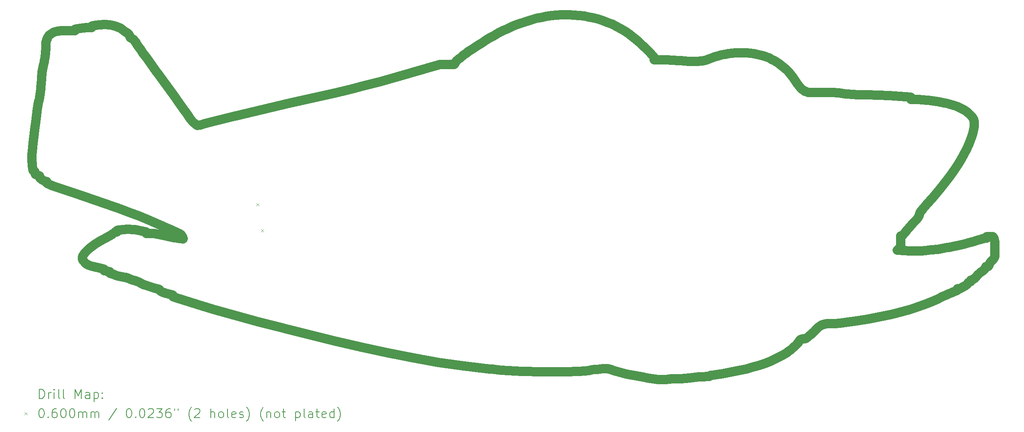
<source format=gbr>
%TF.GenerationSoftware,KiCad,Pcbnew,9.0.6*%
%TF.CreationDate,2025-11-25T23:21:56-06:00*%
%TF.ProjectId,1745LightUpBoard,31373435-4c69-4676-9874-5570426f6172,rev?*%
%TF.SameCoordinates,Original*%
%TF.FileFunction,Drillmap*%
%TF.FilePolarity,Positive*%
%FSLAX45Y45*%
G04 Gerber Fmt 4.5, Leading zero omitted, Abs format (unit mm)*
G04 Created by KiCad (PCBNEW 9.0.6) date 2025-11-25 23:21:56*
%MOMM*%
%LPD*%
G01*
G04 APERTURE LIST*
%ADD10C,2.000000*%
%ADD11C,0.200000*%
%ADD12C,0.100000*%
G04 APERTURE END LIST*
D10*
X15994837Y-4252245D02*
X16102881Y-4256765D01*
X16210099Y-4265761D01*
X16316348Y-4279264D01*
X16421487Y-4297307D01*
X16525375Y-4319921D01*
X16627871Y-4347139D01*
X16728832Y-4378993D01*
X16828119Y-4415515D01*
X16925590Y-4456737D01*
X17021102Y-4502692D01*
X17114516Y-4553412D01*
X17205689Y-4608929D01*
X17294480Y-4669275D01*
X17380748Y-4734482D01*
X17464351Y-4804583D01*
X17509966Y-4844487D01*
X17598455Y-4923783D01*
X17642115Y-4964220D01*
X17684991Y-5005472D01*
X17726784Y-5047754D01*
X17747182Y-5069349D01*
X17767199Y-5091282D01*
X17786797Y-5113580D01*
X17805938Y-5136271D01*
X17824587Y-5159381D01*
X17842705Y-5182937D01*
X17842705Y-5234531D01*
X17871433Y-5233985D01*
X18007921Y-5232884D01*
X18075921Y-5233382D01*
X18143829Y-5234758D01*
X18211699Y-5237146D01*
X18279583Y-5240681D01*
X18347536Y-5245497D01*
X18415611Y-5251728D01*
X18507639Y-5260311D01*
X18595735Y-5266779D01*
X18638645Y-5268834D01*
X18680973Y-5269898D01*
X18722855Y-5269816D01*
X18764423Y-5268435D01*
X18805813Y-5265599D01*
X18847157Y-5261154D01*
X18888591Y-5254947D01*
X18930247Y-5246823D01*
X18972261Y-5236628D01*
X19014765Y-5224208D01*
X19057893Y-5209407D01*
X19101781Y-5192073D01*
X19168151Y-5166636D01*
X19237696Y-5144468D01*
X19309969Y-5125554D01*
X19384527Y-5109878D01*
X19460926Y-5097427D01*
X19538719Y-5088184D01*
X19617463Y-5082136D01*
X19696713Y-5079266D01*
X19776023Y-5079561D01*
X19854951Y-5083005D01*
X19933050Y-5089583D01*
X20009876Y-5099280D01*
X20084985Y-5112082D01*
X20157931Y-5127973D01*
X20228271Y-5146939D01*
X20295558Y-5168963D01*
X20351480Y-5193699D01*
X20405013Y-5219909D01*
X20456276Y-5247633D01*
X20505390Y-5276912D01*
X20552474Y-5307785D01*
X20597648Y-5340292D01*
X20641031Y-5374472D01*
X20682743Y-5410366D01*
X20722904Y-5448013D01*
X20761633Y-5487453D01*
X20799050Y-5528725D01*
X20835275Y-5571870D01*
X20870427Y-5616928D01*
X20904626Y-5663937D01*
X20937992Y-5712938D01*
X20970644Y-5763971D01*
X20981760Y-5780451D01*
X20992950Y-5796231D01*
X21004284Y-5811304D01*
X21015832Y-5825664D01*
X21027661Y-5839302D01*
X21039843Y-5852212D01*
X21052447Y-5864386D01*
X21065541Y-5875817D01*
X21079195Y-5886498D01*
X21093480Y-5896421D01*
X21108463Y-5905579D01*
X21124215Y-5913966D01*
X21140806Y-5921573D01*
X21158303Y-5928393D01*
X21176778Y-5934420D01*
X21196299Y-5939645D01*
X21224410Y-5941435D01*
X21252482Y-5942623D01*
X21280530Y-5943295D01*
X21308569Y-5943532D01*
X21364684Y-5943035D01*
X21420947Y-5941795D01*
X21545968Y-5940384D01*
X21606135Y-5939737D01*
X21658475Y-5940288D01*
X21710642Y-5942064D01*
X21762668Y-5944987D01*
X21814585Y-5948978D01*
X21866425Y-5953958D01*
X21918219Y-5959848D01*
X21970000Y-5966569D01*
X22021799Y-5974041D01*
X22079037Y-5980235D01*
X22136285Y-5985132D01*
X22193552Y-5988922D01*
X22250850Y-5991796D01*
X22365579Y-5995553D01*
X22480554Y-5997924D01*
X22718740Y-6004320D01*
X22956587Y-6014091D01*
X23194286Y-6027006D01*
X23432028Y-6042832D01*
X23432028Y-6094426D01*
X23464908Y-6093406D01*
X23515248Y-6093269D01*
X23565232Y-6094495D01*
X23614956Y-6096960D01*
X23664516Y-6100536D01*
X23714009Y-6105099D01*
X23763532Y-6110522D01*
X23813180Y-6116680D01*
X23863051Y-6123447D01*
X23929374Y-6132719D01*
X24043348Y-6150312D01*
X24158589Y-6171257D01*
X24216090Y-6183605D01*
X24273193Y-6197533D01*
X24329662Y-6213290D01*
X24385257Y-6231122D01*
X24439742Y-6251278D01*
X24492877Y-6274005D01*
X24544426Y-6299550D01*
X24594150Y-6328161D01*
X24641811Y-6360087D01*
X24687172Y-6395574D01*
X24729994Y-6434869D01*
X24770039Y-6478222D01*
X24779454Y-6492561D01*
X24787535Y-6507181D01*
X24794367Y-6522061D01*
X24800034Y-6537184D01*
X24804620Y-6552531D01*
X24808209Y-6568083D01*
X24810887Y-6583821D01*
X24812737Y-6599726D01*
X24813844Y-6615781D01*
X24814292Y-6631965D01*
X24814165Y-6648260D01*
X24813547Y-6664648D01*
X24811179Y-6697626D01*
X24807861Y-6730749D01*
X24776827Y-6848543D01*
X24738441Y-6964590D01*
X24693301Y-7078882D01*
X24642004Y-7191411D01*
X24585149Y-7302170D01*
X24523332Y-7411149D01*
X24457152Y-7518341D01*
X24387205Y-7623737D01*
X24314090Y-7727330D01*
X24238404Y-7829112D01*
X24081709Y-8027207D01*
X23921901Y-8217957D01*
X23763760Y-8401299D01*
X23740083Y-8428901D01*
X23707080Y-8467088D01*
X23673941Y-8505157D01*
X23661441Y-8520514D01*
X23656331Y-8526932D01*
X23651879Y-8532706D01*
X23648009Y-8537980D01*
X23644648Y-8542901D01*
X23641717Y-8547614D01*
X23639143Y-8552267D01*
X23636849Y-8557003D01*
X23634759Y-8561970D01*
X23632799Y-8567314D01*
X23630891Y-8573179D01*
X23628961Y-8579713D01*
X23626933Y-8587062D01*
X23622280Y-8604785D01*
X23617655Y-8617101D01*
X23612629Y-8628867D01*
X23607217Y-8640132D01*
X23601432Y-8650944D01*
X23595290Y-8661354D01*
X23588806Y-8671410D01*
X23581993Y-8681162D01*
X23574868Y-8690658D01*
X23567443Y-8699948D01*
X23559735Y-8709081D01*
X23551758Y-8718105D01*
X23543525Y-8727071D01*
X23526356Y-8745023D01*
X23508344Y-8763328D01*
X23477181Y-8796234D01*
X23446613Y-8829392D01*
X23416587Y-8862847D01*
X23387054Y-8896643D01*
X23357961Y-8930826D01*
X23329257Y-8965440D01*
X23300892Y-9000531D01*
X23272813Y-9036144D01*
X23242851Y-9069666D01*
X23208455Y-9069666D01*
X23210874Y-9119916D01*
X23212755Y-9185752D01*
X23215173Y-9251050D01*
X23213577Y-9263499D01*
X23211729Y-9274742D01*
X23209593Y-9284911D01*
X23207135Y-9294137D01*
X23204319Y-9302552D01*
X23201110Y-9310288D01*
X23197472Y-9317475D01*
X23193372Y-9324247D01*
X23188772Y-9330734D01*
X23183639Y-9337068D01*
X23177937Y-9343380D01*
X23171631Y-9349803D01*
X23164686Y-9356468D01*
X23157067Y-9363506D01*
X23139663Y-9379228D01*
X23285888Y-9388216D01*
X23401103Y-9394424D01*
X23495585Y-9397652D01*
X23579613Y-9397698D01*
X23663466Y-9394360D01*
X23757422Y-9387437D01*
X23871760Y-9376728D01*
X24016757Y-9362030D01*
X24059954Y-9353297D01*
X24143928Y-9336099D01*
X24181364Y-9329441D01*
X24218855Y-9323452D01*
X24256418Y-9317909D01*
X24294074Y-9312586D01*
X24373707Y-9299135D01*
X24452722Y-9283251D01*
X24531204Y-9265249D01*
X24609237Y-9245444D01*
X24686906Y-9224148D01*
X24764296Y-9201677D01*
X24918577Y-9154463D01*
X24960829Y-9141413D01*
X24998369Y-9129641D01*
X25009384Y-9126874D01*
X25018291Y-9124795D01*
X25022264Y-9123983D01*
X25026082Y-9123306D01*
X25029870Y-9122751D01*
X25033750Y-9122307D01*
X25037848Y-9121961D01*
X25042287Y-9121702D01*
X25047191Y-9121515D01*
X25052684Y-9121391D01*
X25065933Y-9121276D01*
X25083028Y-9121260D01*
X25083028Y-9086863D01*
X25144694Y-9085919D01*
X25179581Y-9085604D01*
X25200588Y-9085919D01*
X25220611Y-9086863D01*
X25225754Y-9092567D01*
X25230476Y-9098932D01*
X25234792Y-9105918D01*
X25238722Y-9113485D01*
X25242281Y-9121593D01*
X25245487Y-9130204D01*
X25250909Y-9148769D01*
X25255126Y-9168864D01*
X25258276Y-9190168D01*
X25260498Y-9212364D01*
X25261928Y-9235132D01*
X25262706Y-9258154D01*
X25262969Y-9281111D01*
X25262501Y-9325557D01*
X25261629Y-9365920D01*
X25261456Y-9399651D01*
X25263404Y-9440328D01*
X25263624Y-9466060D01*
X25263479Y-9477563D01*
X25263076Y-9488309D01*
X25262346Y-9498414D01*
X25261222Y-9507993D01*
X25259638Y-9517161D01*
X25257526Y-9526031D01*
X25254818Y-9534721D01*
X25251449Y-9543344D01*
X25247349Y-9552014D01*
X25242453Y-9560849D01*
X25236693Y-9569961D01*
X25230002Y-9579466D01*
X25222313Y-9589478D01*
X25213557Y-9600114D01*
X25169017Y-9637197D01*
X25150864Y-9669441D01*
X25144613Y-9680928D01*
X25139439Y-9690938D01*
X25134737Y-9700679D01*
X25129904Y-9711361D01*
X25117424Y-9740384D01*
X25065830Y-9740384D01*
X25056156Y-9769406D01*
X25050343Y-9778336D01*
X25044402Y-9786661D01*
X25038320Y-9794438D01*
X25032090Y-9801724D01*
X25025700Y-9808576D01*
X25019141Y-9815052D01*
X25012403Y-9821209D01*
X25005474Y-9827104D01*
X24998347Y-9832795D01*
X24991009Y-9838339D01*
X24983452Y-9843793D01*
X24975665Y-9849214D01*
X24942018Y-9871720D01*
X24936271Y-9876160D01*
X24930743Y-9880609D01*
X24925417Y-9885077D01*
X24920274Y-9889575D01*
X24915295Y-9894116D01*
X24910460Y-9898709D01*
X24905751Y-9903366D01*
X24901149Y-9908098D01*
X24896634Y-9912916D01*
X24892189Y-9917831D01*
X24883429Y-9927997D01*
X24874718Y-9938685D01*
X24865904Y-9949984D01*
X24858318Y-9958810D01*
X24851048Y-9966918D01*
X24844016Y-9974358D01*
X24837145Y-9981178D01*
X24830358Y-9987430D01*
X24823577Y-9993161D01*
X24816724Y-9998422D01*
X24809723Y-10003261D01*
X24802496Y-10007729D01*
X24794965Y-10011875D01*
X24787054Y-10015748D01*
X24778683Y-10019397D01*
X24769777Y-10022872D01*
X24760258Y-10026223D01*
X24750048Y-10029499D01*
X24739070Y-10032749D01*
X24739070Y-10067145D01*
X24687476Y-10084343D01*
X24653080Y-10135936D01*
X24634471Y-10146148D01*
X24627535Y-10149843D01*
X24621103Y-10153135D01*
X24614368Y-10156426D01*
X24606525Y-10160121D01*
X24584288Y-10170333D01*
X24540219Y-10198279D01*
X24526281Y-10206085D01*
X24520444Y-10209243D01*
X24515178Y-10211950D01*
X24510346Y-10214242D01*
X24505812Y-10216153D01*
X24501439Y-10217718D01*
X24497089Y-10218971D01*
X24492627Y-10219946D01*
X24487913Y-10220679D01*
X24482813Y-10221205D01*
X24477188Y-10221557D01*
X24470901Y-10221771D01*
X24463817Y-10221880D01*
X24446705Y-10221926D01*
X24446705Y-10256322D01*
X24416945Y-10267743D01*
X24365521Y-10288309D01*
X24314444Y-10309573D01*
X24263660Y-10331442D01*
X24213113Y-10353821D01*
X24112508Y-10399737D01*
X24012189Y-10446574D01*
X23894146Y-10498438D01*
X23774304Y-10546883D01*
X23652833Y-10592072D01*
X23529902Y-10634167D01*
X23405680Y-10673331D01*
X23280337Y-10709726D01*
X23026963Y-10774858D01*
X22771133Y-10830866D01*
X22514202Y-10879048D01*
X22257524Y-10920705D01*
X22002451Y-10957137D01*
X21953784Y-10963729D01*
X21925591Y-10967141D01*
X21897513Y-10970228D01*
X21869502Y-10972945D01*
X21841510Y-10975252D01*
X21813488Y-10977104D01*
X21785389Y-10978459D01*
X21757163Y-10979275D01*
X21728762Y-10979507D01*
X21681256Y-10979688D01*
X21658694Y-10980155D01*
X21636829Y-10981054D01*
X21615589Y-10982518D01*
X21594904Y-10984681D01*
X21574700Y-10987678D01*
X21554907Y-10991642D01*
X21535451Y-10996708D01*
X21516261Y-11003010D01*
X21497265Y-11010683D01*
X21478390Y-11019860D01*
X21459566Y-11030675D01*
X21440720Y-11043264D01*
X21421780Y-11057760D01*
X21402674Y-11074298D01*
X21381027Y-11097538D01*
X21359479Y-11120870D01*
X21338031Y-11144295D01*
X21316685Y-11167811D01*
X21294186Y-11187822D01*
X21271462Y-11207580D01*
X21248509Y-11227070D01*
X21225320Y-11246277D01*
X21185752Y-11279665D01*
X21172099Y-11288175D01*
X21166369Y-11291650D01*
X21161186Y-11294673D01*
X21156411Y-11297294D01*
X21151906Y-11299563D01*
X21147533Y-11301530D01*
X21143152Y-11303245D01*
X21138625Y-11304759D01*
X21133814Y-11306121D01*
X21128581Y-11307382D01*
X21122787Y-11308592D01*
X21116293Y-11309801D01*
X21108962Y-11311060D01*
X21091231Y-11313926D01*
X21074711Y-11315281D01*
X21067922Y-11315948D01*
X21061965Y-11316678D01*
X21056725Y-11317520D01*
X21052090Y-11318528D01*
X21047947Y-11319751D01*
X21044183Y-11321241D01*
X21042408Y-11322102D01*
X21040685Y-11323049D01*
X21037341Y-11325227D01*
X21034037Y-11327826D01*
X21030661Y-11330897D01*
X21027100Y-11334491D01*
X21023240Y-11338660D01*
X21014176Y-11348927D01*
X20990999Y-11382786D01*
X20952477Y-11426780D01*
X20911073Y-11468969D01*
X20866944Y-11509393D01*
X20820247Y-11548095D01*
X20771139Y-11585119D01*
X20719776Y-11620507D01*
X20610912Y-11686545D01*
X20494910Y-11746550D01*
X20373024Y-11800864D01*
X20246508Y-11849827D01*
X20116616Y-11893782D01*
X19984601Y-11933069D01*
X19851718Y-11968029D01*
X19719221Y-11999004D01*
X19588363Y-12026335D01*
X19336582Y-12071430D01*
X19106408Y-12106043D01*
X19092663Y-12107162D01*
X19087031Y-12107698D01*
X19082110Y-12108266D01*
X19077812Y-12108904D01*
X19074048Y-12109647D01*
X19070733Y-12110533D01*
X19067777Y-12111596D01*
X19065093Y-12112875D01*
X19062593Y-12114404D01*
X19060190Y-12116221D01*
X19057797Y-12118363D01*
X19055324Y-12120864D01*
X19052686Y-12123762D01*
X19046559Y-12130895D01*
X19009199Y-12133489D01*
X18971882Y-12135778D01*
X18934553Y-12137775D01*
X18897153Y-12139494D01*
X18830736Y-12142874D01*
X18797824Y-12145077D01*
X18765028Y-12147758D01*
X18732290Y-12151018D01*
X18699547Y-12154959D01*
X18666740Y-12159682D01*
X18633809Y-12165290D01*
X18588714Y-12170398D01*
X18543737Y-12174491D01*
X18498824Y-12177634D01*
X18453924Y-12179893D01*
X18408983Y-12181335D01*
X18363950Y-12182025D01*
X18318770Y-12182029D01*
X18273392Y-12181413D01*
X18256261Y-12181316D01*
X18242812Y-12181366D01*
X18231888Y-12181676D01*
X18227011Y-12181963D01*
X18222332Y-12182358D01*
X18217705Y-12182875D01*
X18212986Y-12183527D01*
X18202693Y-12185296D01*
X18190297Y-12187778D01*
X18174639Y-12191087D01*
X18143889Y-12195194D01*
X18113255Y-12198225D01*
X18082722Y-12200244D01*
X18052279Y-12201317D01*
X18021910Y-12201510D01*
X17991603Y-12200888D01*
X17961345Y-12199515D01*
X17931122Y-12197459D01*
X17870728Y-12191554D01*
X17810314Y-12183697D01*
X17749773Y-12174410D01*
X17688999Y-12164216D01*
X17621685Y-12152842D01*
X17527705Y-12136120D01*
X17433514Y-12118319D01*
X17339340Y-12099182D01*
X17245409Y-12078453D01*
X17151949Y-12055876D01*
X17059186Y-12031196D01*
X16967348Y-12004155D01*
X16876662Y-11974497D01*
X16866510Y-11971396D01*
X16856703Y-11968708D01*
X16847189Y-11966412D01*
X16837914Y-11964488D01*
X16828826Y-11962918D01*
X16819870Y-11961680D01*
X16810994Y-11960754D01*
X16802144Y-11960122D01*
X16793267Y-11959762D01*
X16784311Y-11959656D01*
X16775221Y-11959783D01*
X16765945Y-11960122D01*
X16746622Y-11961362D01*
X16725916Y-11963215D01*
X16666731Y-11968858D01*
X16604999Y-11976343D01*
X16543355Y-11984373D01*
X16481778Y-11992910D01*
X16420249Y-12001910D01*
X16317137Y-12013102D01*
X16213811Y-12021148D01*
X16110316Y-12026561D01*
X16006699Y-12029851D01*
X15799282Y-12032108D01*
X15591928Y-12032007D01*
X15556825Y-12032037D01*
X15259797Y-12029613D01*
X15111597Y-12026184D01*
X14963536Y-12021043D01*
X14815560Y-12014015D01*
X14667616Y-12004926D01*
X14519649Y-11993601D01*
X14371608Y-11979865D01*
X14317787Y-11974558D01*
X14263951Y-11969412D01*
X13704653Y-11905707D01*
X13147334Y-11824705D01*
X12592004Y-11728612D01*
X12038679Y-11619636D01*
X11487370Y-11499982D01*
X10938091Y-11371857D01*
X9845674Y-11099020D01*
X9787128Y-11084006D01*
X9179279Y-10926639D01*
X8571235Y-10762591D01*
X8268282Y-10676456D01*
X7966649Y-10586724D01*
X7666795Y-10492755D01*
X7369175Y-10393905D01*
X7369175Y-10359510D01*
X7330815Y-10349433D01*
X7279960Y-10335862D01*
X7229778Y-10322561D01*
X7212272Y-10317331D01*
X7194983Y-10311972D01*
X7177878Y-10306419D01*
X7160927Y-10300608D01*
X7144096Y-10294476D01*
X7127354Y-10287960D01*
X7110668Y-10280996D01*
X7094008Y-10273520D01*
X7076810Y-10239124D01*
X7065731Y-10234706D01*
X7056906Y-10231260D01*
X7049468Y-10228509D01*
X7042546Y-10226175D01*
X7035272Y-10223983D01*
X7026776Y-10221653D01*
X7002643Y-10215477D01*
X6950831Y-10200552D01*
X6899173Y-10185246D01*
X6847658Y-10169470D01*
X6796269Y-10153135D01*
X6745952Y-10137012D01*
X6730189Y-10130929D01*
X6717811Y-10126037D01*
X6707749Y-10121814D01*
X6703252Y-10119791D01*
X6698934Y-10117739D01*
X6694661Y-10115594D01*
X6690300Y-10113289D01*
X6680776Y-10107943D01*
X6669296Y-10101178D01*
X6654790Y-10092472D01*
X6646756Y-10087773D01*
X6638824Y-10083351D01*
X6630969Y-10079186D01*
X6623169Y-10075261D01*
X6615401Y-10071557D01*
X6607641Y-10068057D01*
X6599867Y-10064742D01*
X6592054Y-10061595D01*
X6576222Y-10055730D01*
X6559960Y-10050318D01*
X6543082Y-10045214D01*
X6525403Y-10040273D01*
X6493929Y-10031427D01*
X6478653Y-10026799D01*
X6463594Y-10021890D01*
X6448682Y-10016592D01*
X6433849Y-10010796D01*
X6419025Y-10004394D01*
X6411596Y-10000932D01*
X6404143Y-9997278D01*
X6392632Y-9990895D01*
X6387776Y-9988296D01*
X6383352Y-9986046D01*
X6379233Y-9984110D01*
X6375292Y-9982453D01*
X6371405Y-9981041D01*
X6367443Y-9979839D01*
X6363282Y-9978812D01*
X6358795Y-9977927D01*
X6353855Y-9977147D01*
X6348337Y-9976439D01*
X6342113Y-9975769D01*
X6335059Y-9975100D01*
X6317951Y-9973631D01*
X6276076Y-9966695D01*
X6234550Y-9958153D01*
X6193384Y-9948089D01*
X6152589Y-9936591D01*
X6112177Y-9923744D01*
X6072157Y-9909633D01*
X6032542Y-9894346D01*
X5993342Y-9877968D01*
X5993342Y-9843572D01*
X5872957Y-9826374D01*
X5872957Y-9791978D01*
X5810613Y-9780154D01*
X5706223Y-9756583D01*
X5626724Y-9737570D01*
X5594836Y-9729122D01*
X5567405Y-9721035D01*
X5543840Y-9713048D01*
X5523553Y-9704901D01*
X5505956Y-9696334D01*
X5490459Y-9687088D01*
X5476474Y-9676904D01*
X5463411Y-9665520D01*
X5450683Y-9652678D01*
X5437699Y-9638117D01*
X5408612Y-9602801D01*
X5404733Y-9587081D01*
X5403209Y-9580506D01*
X5401962Y-9574586D01*
X5400992Y-9569169D01*
X5400299Y-9564106D01*
X5399884Y-9559244D01*
X5399745Y-9554432D01*
X5399884Y-9549519D01*
X5400299Y-9544355D01*
X5400992Y-9538788D01*
X5401962Y-9532666D01*
X5403209Y-9525839D01*
X5404733Y-9518155D01*
X5408612Y-9499614D01*
X5419951Y-9482331D01*
X5431860Y-9465500D01*
X5457291Y-9433133D01*
X5484708Y-9402402D01*
X5513915Y-9373191D01*
X5544714Y-9345388D01*
X5576908Y-9318881D01*
X5610301Y-9293554D01*
X5644696Y-9269295D01*
X5679896Y-9245991D01*
X5715703Y-9223529D01*
X5788355Y-9180675D01*
X5932291Y-9100077D01*
X5973389Y-9076854D01*
X6010132Y-9056309D01*
X6022104Y-9049356D01*
X6031534Y-9043783D01*
X6039260Y-9039010D01*
X6042745Y-9036743D01*
X6046119Y-9034458D01*
X6049485Y-9032084D01*
X6052950Y-9029548D01*
X6060590Y-9023700D01*
X6069879Y-9016335D01*
X6081654Y-9006874D01*
X6092308Y-8999217D01*
X6096751Y-8996119D01*
X6100734Y-8993463D01*
X6104355Y-8991214D01*
X6107711Y-8989340D01*
X6110899Y-8987805D01*
X6112461Y-8987154D01*
X6114017Y-8986576D01*
X6115581Y-8986065D01*
X6117163Y-8985619D01*
X6120433Y-8984899D01*
X6123925Y-8984384D01*
X6127736Y-8984039D01*
X6131964Y-8983829D01*
X6136706Y-8983721D01*
X6148122Y-8983676D01*
X6148122Y-8949281D01*
X6190440Y-8942354D01*
X6231850Y-8936706D01*
X6272473Y-8932321D01*
X6312432Y-8929185D01*
X6351847Y-8927284D01*
X6390841Y-8926602D01*
X6429537Y-8927126D01*
X6468055Y-8928840D01*
X6506517Y-8931731D01*
X6545046Y-8935783D01*
X6583764Y-8940982D01*
X6622792Y-8947314D01*
X6662252Y-8954764D01*
X6702267Y-8963317D01*
X6742958Y-8972960D01*
X6784446Y-8983676D01*
X6784446Y-9018072D01*
X6818950Y-9016636D01*
X6864343Y-9016452D01*
X6908712Y-9017992D01*
X6952340Y-9021176D01*
X6995509Y-9025923D01*
X7038502Y-9032151D01*
X7081602Y-9039780D01*
X7125090Y-9048729D01*
X7169249Y-9058917D01*
X7272907Y-9082631D01*
X7322813Y-9093993D01*
X7356331Y-9100993D01*
X7389917Y-9107483D01*
X7423568Y-9113511D01*
X7457284Y-9119127D01*
X7524899Y-9129321D01*
X7592747Y-9138458D01*
X7587100Y-9120380D01*
X7584328Y-9112026D01*
X7581515Y-9104081D01*
X7578601Y-9096508D01*
X7575530Y-9089270D01*
X7572244Y-9082331D01*
X7568684Y-9075654D01*
X7564793Y-9069203D01*
X7560514Y-9062942D01*
X7555788Y-9056834D01*
X7550558Y-9050842D01*
X7544765Y-9044930D01*
X7538353Y-9039062D01*
X7531264Y-9033200D01*
X7523439Y-9027309D01*
X7479685Y-9006786D01*
X7429636Y-8982916D01*
X7374548Y-8957879D01*
X7316440Y-8930861D01*
X7222568Y-8888152D01*
X7128404Y-8846093D01*
X7067229Y-8818911D01*
X6852888Y-8727298D01*
X6636910Y-8639821D01*
X6419534Y-8555911D01*
X6201000Y-8475000D01*
X5761414Y-8319901D01*
X5320068Y-8169977D01*
X5092050Y-8092729D01*
X4864324Y-8014614D01*
X4813406Y-7997124D01*
X4766017Y-7980684D01*
X4724313Y-7966272D01*
X4710527Y-7960877D01*
X4696932Y-7955270D01*
X4683495Y-7949456D01*
X4670181Y-7943438D01*
X4656959Y-7937221D01*
X4643794Y-7930807D01*
X4630655Y-7924201D01*
X4617508Y-7917406D01*
X4617508Y-7883009D01*
X4588487Y-7878710D01*
X4578876Y-7875396D01*
X4569683Y-7871835D01*
X4560868Y-7868028D01*
X4552392Y-7863976D01*
X4544215Y-7859683D01*
X4536298Y-7855149D01*
X4528601Y-7850377D01*
X4521085Y-7845368D01*
X4513711Y-7840125D01*
X4506438Y-7834650D01*
X4499227Y-7828944D01*
X4492040Y-7823009D01*
X4477575Y-7810460D01*
X4462728Y-7797019D01*
X4462728Y-7762624D01*
X4420808Y-7749725D01*
X4376737Y-7728229D01*
X4372824Y-7716455D01*
X4369818Y-7707201D01*
X4367517Y-7699660D01*
X4365720Y-7693026D01*
X4364225Y-7686493D01*
X4362831Y-7679254D01*
X4361336Y-7670505D01*
X4359539Y-7659437D01*
X4325144Y-7642239D01*
X4315921Y-7593455D01*
X4308842Y-7544185D01*
X4303756Y-7494498D01*
X4300507Y-7444465D01*
X4298941Y-7394155D01*
X4298906Y-7343639D01*
X4300245Y-7292987D01*
X4302807Y-7242269D01*
X4310978Y-7140913D01*
X4322187Y-7040132D01*
X4348791Y-6842536D01*
X4360346Y-6756345D01*
X4383136Y-6587825D01*
X4392851Y-6514186D01*
X4402131Y-6440495D01*
X4419875Y-6293008D01*
X4423358Y-6269020D01*
X4427117Y-6245167D01*
X4435369Y-6197729D01*
X4444438Y-6150436D01*
X4454129Y-6103025D01*
X4464844Y-6045345D01*
X4473870Y-5987528D01*
X4481463Y-5929582D01*
X4487881Y-5871514D01*
X4493380Y-5813329D01*
X4498217Y-5755035D01*
X4506931Y-5638144D01*
X4510727Y-5592825D01*
X4515262Y-5548265D01*
X4520678Y-5504272D01*
X4527116Y-5460656D01*
X4534717Y-5417224D01*
X4543623Y-5373786D01*
X4553975Y-5330150D01*
X4565915Y-5286124D01*
X4571311Y-5252256D01*
X4576359Y-5218488D01*
X4581021Y-5184679D01*
X4585261Y-5150691D01*
X4589840Y-5114040D01*
X4592471Y-5090388D01*
X4594734Y-5066897D01*
X4596584Y-5043509D01*
X4597981Y-5020165D01*
X4598879Y-4996806D01*
X4599238Y-4973371D01*
X4599013Y-4949804D01*
X4598161Y-4926043D01*
X4598110Y-4910558D01*
X4598726Y-4895316D01*
X4599993Y-4880306D01*
X4601898Y-4865517D01*
X4604425Y-4850939D01*
X4607560Y-4836562D01*
X4611288Y-4822373D01*
X4615594Y-4808362D01*
X4620464Y-4794519D01*
X4625883Y-4780832D01*
X4631836Y-4767291D01*
X4638309Y-4753885D01*
X4645287Y-4740604D01*
X4652755Y-4727435D01*
X4660698Y-4714369D01*
X4669102Y-4701395D01*
X4680541Y-4690668D01*
X4692387Y-4680688D01*
X4704621Y-4671428D01*
X4717223Y-4662861D01*
X4730175Y-4654961D01*
X4743457Y-4647701D01*
X4757049Y-4641055D01*
X4770932Y-4634994D01*
X4799493Y-4624526D01*
X4828986Y-4616084D01*
X4859254Y-4609453D01*
X4890143Y-4604421D01*
X4921498Y-4600773D01*
X4953162Y-4598296D01*
X4984982Y-4596777D01*
X5016801Y-4596001D01*
X5140969Y-4596058D01*
X5188806Y-4596971D01*
X5236634Y-4598207D01*
X5236634Y-4563812D01*
X5349495Y-4546614D01*
X5412980Y-4536940D01*
X5436237Y-4534475D01*
X5459328Y-4532514D01*
X5482312Y-4531022D01*
X5505253Y-4529966D01*
X5528209Y-4529311D01*
X5551244Y-4529024D01*
X5574417Y-4529071D01*
X5597790Y-4529416D01*
X5597790Y-4495020D01*
X5684840Y-4481553D01*
X5766980Y-4471087D01*
X5806641Y-4467399D01*
X5845593Y-4464965D01*
X5884008Y-4463955D01*
X5922060Y-4464535D01*
X5959921Y-4466874D01*
X5997763Y-4471139D01*
X6035761Y-4477500D01*
X6074085Y-4486124D01*
X6112910Y-4497179D01*
X6152408Y-4510834D01*
X6192751Y-4527256D01*
X6234113Y-4546614D01*
X6255892Y-4563456D01*
X6277500Y-4580521D01*
X6298911Y-4597830D01*
X6320102Y-4615406D01*
X6366320Y-4640128D01*
X6374926Y-4646212D01*
X6378874Y-4649215D01*
X6382600Y-4652200D01*
X6386113Y-4655173D01*
X6389427Y-4658140D01*
X6392550Y-4661107D01*
X6395494Y-4664079D01*
X6398270Y-4667064D01*
X6400888Y-4670068D01*
X6403360Y-4673095D01*
X6405695Y-4676153D01*
X6410002Y-4682383D01*
X6413894Y-4688807D01*
X6417459Y-4695474D01*
X6420782Y-4702431D01*
X6423950Y-4709727D01*
X6427049Y-4717411D01*
X6440487Y-4752989D01*
X6471658Y-4766895D01*
X6481109Y-4772340D01*
X6489875Y-4777988D01*
X6498019Y-4783845D01*
X6505607Y-4789917D01*
X6512704Y-4796212D01*
X6519375Y-4802735D01*
X6525686Y-4809493D01*
X6531701Y-4816492D01*
X6537486Y-4823740D01*
X6543105Y-4831243D01*
X6548624Y-4839007D01*
X6554108Y-4847038D01*
X6576995Y-4881973D01*
X6618043Y-4943039D01*
X6640371Y-4976268D01*
X6672571Y-5022715D01*
X6705293Y-5068787D01*
X6771547Y-5160364D01*
X6800262Y-5200000D01*
X6858577Y-5280439D01*
X6999420Y-5475301D01*
X7055313Y-5552692D01*
X7418657Y-6055785D01*
X7474171Y-6132630D01*
X7619687Y-6334458D01*
X7650185Y-6376815D01*
X7707759Y-6456892D01*
X7734000Y-6498505D01*
X7745062Y-6515647D01*
X7755132Y-6530746D01*
X7764494Y-6544103D01*
X7773434Y-6556018D01*
X7782237Y-6566792D01*
X7791188Y-6576725D01*
X7800572Y-6586117D01*
X7810673Y-6595269D01*
X7821777Y-6604481D01*
X7834168Y-6614054D01*
X7848132Y-6624287D01*
X7863954Y-6635482D01*
X7902310Y-6661957D01*
X7926255Y-6658502D01*
X7935065Y-6657048D01*
X7943095Y-6655497D01*
X7951342Y-6653643D01*
X7960803Y-6651275D01*
X7987351Y-6644168D01*
X8041229Y-6630744D01*
X8101026Y-6615402D01*
X8198692Y-6590968D01*
X8306033Y-6563907D01*
X8707723Y-6463577D01*
X8752174Y-6452530D01*
X9320451Y-6314237D01*
X9889452Y-6178950D01*
X10874255Y-5956428D01*
X11229780Y-5872865D01*
X11545503Y-5794625D01*
X11860008Y-5711848D01*
X12211880Y-5614677D01*
X13182070Y-5337718D01*
X13200244Y-5336849D01*
X13218433Y-5336297D01*
X13236630Y-5336035D01*
X13254826Y-5336039D01*
X13296645Y-5336206D01*
X13340076Y-5336643D01*
X13384112Y-5336878D01*
X13491633Y-5337718D01*
X13505031Y-5306618D01*
X13509334Y-5299113D01*
X13513630Y-5292060D01*
X13517944Y-5285414D01*
X13522301Y-5279132D01*
X13526724Y-5273170D01*
X13531239Y-5267485D01*
X13535870Y-5262032D01*
X13540641Y-5256767D01*
X13545578Y-5251648D01*
X13550705Y-5246629D01*
X13556045Y-5241668D01*
X13561625Y-5236721D01*
X13567469Y-5231743D01*
X13573600Y-5226691D01*
X13586826Y-5216190D01*
X13624248Y-5186884D01*
X13664687Y-5156065D01*
X13706636Y-5123836D01*
X13757733Y-5085701D01*
X13809294Y-5048431D01*
X13861310Y-5011954D01*
X13913774Y-4976199D01*
X13966679Y-4941095D01*
X14020016Y-4906571D01*
X14073778Y-4872556D01*
X14127956Y-4838979D01*
X14163317Y-4816969D01*
X14257900Y-4759743D01*
X14354109Y-4704488D01*
X14451869Y-4651411D01*
X14551108Y-4600720D01*
X14651752Y-4552624D01*
X14753728Y-4507330D01*
X14856961Y-4465046D01*
X14961379Y-4425979D01*
X15066908Y-4390339D01*
X15173475Y-4358333D01*
X15281006Y-4330168D01*
X15389427Y-4306053D01*
X15498666Y-4286196D01*
X15608648Y-4270804D01*
X15719300Y-4260086D01*
X15830549Y-4254249D01*
X15886107Y-4252167D01*
X15994837Y-4252245D01*
D11*
D12*
X9183000Y-8357000D02*
X9243000Y-8417000D01*
X9243000Y-8357000D02*
X9183000Y-8417000D01*
X9283369Y-8926219D02*
X9343369Y-8986219D01*
X9343369Y-8926219D02*
X9283369Y-8986219D01*
D11*
X4459682Y-12612994D02*
X4459682Y-12412994D01*
X4459682Y-12412994D02*
X4507301Y-12412994D01*
X4507301Y-12412994D02*
X4535873Y-12422518D01*
X4535873Y-12422518D02*
X4554920Y-12441565D01*
X4554920Y-12441565D02*
X4564444Y-12460613D01*
X4564444Y-12460613D02*
X4573968Y-12498708D01*
X4573968Y-12498708D02*
X4573968Y-12527279D01*
X4573968Y-12527279D02*
X4564444Y-12565375D01*
X4564444Y-12565375D02*
X4554920Y-12584422D01*
X4554920Y-12584422D02*
X4535873Y-12603470D01*
X4535873Y-12603470D02*
X4507301Y-12612994D01*
X4507301Y-12612994D02*
X4459682Y-12612994D01*
X4659682Y-12612994D02*
X4659682Y-12479660D01*
X4659682Y-12517756D02*
X4669206Y-12498708D01*
X4669206Y-12498708D02*
X4678730Y-12489184D01*
X4678730Y-12489184D02*
X4697778Y-12479660D01*
X4697778Y-12479660D02*
X4716825Y-12479660D01*
X4783492Y-12612994D02*
X4783492Y-12479660D01*
X4783492Y-12412994D02*
X4773968Y-12422518D01*
X4773968Y-12422518D02*
X4783492Y-12432041D01*
X4783492Y-12432041D02*
X4793016Y-12422518D01*
X4793016Y-12422518D02*
X4783492Y-12412994D01*
X4783492Y-12412994D02*
X4783492Y-12432041D01*
X4907301Y-12612994D02*
X4888254Y-12603470D01*
X4888254Y-12603470D02*
X4878730Y-12584422D01*
X4878730Y-12584422D02*
X4878730Y-12412994D01*
X5012063Y-12612994D02*
X4993016Y-12603470D01*
X4993016Y-12603470D02*
X4983492Y-12584422D01*
X4983492Y-12584422D02*
X4983492Y-12412994D01*
X5240635Y-12612994D02*
X5240635Y-12412994D01*
X5240635Y-12412994D02*
X5307301Y-12555851D01*
X5307301Y-12555851D02*
X5373968Y-12412994D01*
X5373968Y-12412994D02*
X5373968Y-12612994D01*
X5554920Y-12612994D02*
X5554920Y-12508232D01*
X5554920Y-12508232D02*
X5545397Y-12489184D01*
X5545397Y-12489184D02*
X5526349Y-12479660D01*
X5526349Y-12479660D02*
X5488254Y-12479660D01*
X5488254Y-12479660D02*
X5469206Y-12489184D01*
X5554920Y-12603470D02*
X5535873Y-12612994D01*
X5535873Y-12612994D02*
X5488254Y-12612994D01*
X5488254Y-12612994D02*
X5469206Y-12603470D01*
X5469206Y-12603470D02*
X5459682Y-12584422D01*
X5459682Y-12584422D02*
X5459682Y-12565375D01*
X5459682Y-12565375D02*
X5469206Y-12546327D01*
X5469206Y-12546327D02*
X5488254Y-12536803D01*
X5488254Y-12536803D02*
X5535873Y-12536803D01*
X5535873Y-12536803D02*
X5554920Y-12527279D01*
X5650158Y-12479660D02*
X5650158Y-12679660D01*
X5650158Y-12489184D02*
X5669206Y-12479660D01*
X5669206Y-12479660D02*
X5707301Y-12479660D01*
X5707301Y-12479660D02*
X5726349Y-12489184D01*
X5726349Y-12489184D02*
X5735873Y-12498708D01*
X5735873Y-12498708D02*
X5745397Y-12517756D01*
X5745397Y-12517756D02*
X5745397Y-12574898D01*
X5745397Y-12574898D02*
X5735873Y-12593946D01*
X5735873Y-12593946D02*
X5726349Y-12603470D01*
X5726349Y-12603470D02*
X5707301Y-12612994D01*
X5707301Y-12612994D02*
X5669206Y-12612994D01*
X5669206Y-12612994D02*
X5650158Y-12603470D01*
X5831111Y-12593946D02*
X5840635Y-12603470D01*
X5840635Y-12603470D02*
X5831111Y-12612994D01*
X5831111Y-12612994D02*
X5821587Y-12603470D01*
X5821587Y-12603470D02*
X5831111Y-12593946D01*
X5831111Y-12593946D02*
X5831111Y-12612994D01*
X5831111Y-12489184D02*
X5840635Y-12498708D01*
X5840635Y-12498708D02*
X5831111Y-12508232D01*
X5831111Y-12508232D02*
X5821587Y-12498708D01*
X5821587Y-12498708D02*
X5831111Y-12489184D01*
X5831111Y-12489184D02*
X5831111Y-12508232D01*
D12*
X4138905Y-12911510D02*
X4198906Y-12971510D01*
X4198906Y-12911510D02*
X4138905Y-12971510D01*
D11*
X4497778Y-12832994D02*
X4516825Y-12832994D01*
X4516825Y-12832994D02*
X4535873Y-12842518D01*
X4535873Y-12842518D02*
X4545397Y-12852041D01*
X4545397Y-12852041D02*
X4554920Y-12871089D01*
X4554920Y-12871089D02*
X4564444Y-12909184D01*
X4564444Y-12909184D02*
X4564444Y-12956803D01*
X4564444Y-12956803D02*
X4554920Y-12994898D01*
X4554920Y-12994898D02*
X4545397Y-13013946D01*
X4545397Y-13013946D02*
X4535873Y-13023470D01*
X4535873Y-13023470D02*
X4516825Y-13032994D01*
X4516825Y-13032994D02*
X4497778Y-13032994D01*
X4497778Y-13032994D02*
X4478730Y-13023470D01*
X4478730Y-13023470D02*
X4469206Y-13013946D01*
X4469206Y-13013946D02*
X4459682Y-12994898D01*
X4459682Y-12994898D02*
X4450159Y-12956803D01*
X4450159Y-12956803D02*
X4450159Y-12909184D01*
X4450159Y-12909184D02*
X4459682Y-12871089D01*
X4459682Y-12871089D02*
X4469206Y-12852041D01*
X4469206Y-12852041D02*
X4478730Y-12842518D01*
X4478730Y-12842518D02*
X4497778Y-12832994D01*
X4650159Y-13013946D02*
X4659682Y-13023470D01*
X4659682Y-13023470D02*
X4650159Y-13032994D01*
X4650159Y-13032994D02*
X4640635Y-13023470D01*
X4640635Y-13023470D02*
X4650159Y-13013946D01*
X4650159Y-13013946D02*
X4650159Y-13032994D01*
X4831111Y-12832994D02*
X4793016Y-12832994D01*
X4793016Y-12832994D02*
X4773968Y-12842518D01*
X4773968Y-12842518D02*
X4764444Y-12852041D01*
X4764444Y-12852041D02*
X4745397Y-12880613D01*
X4745397Y-12880613D02*
X4735873Y-12918708D01*
X4735873Y-12918708D02*
X4735873Y-12994898D01*
X4735873Y-12994898D02*
X4745397Y-13013946D01*
X4745397Y-13013946D02*
X4754920Y-13023470D01*
X4754920Y-13023470D02*
X4773968Y-13032994D01*
X4773968Y-13032994D02*
X4812063Y-13032994D01*
X4812063Y-13032994D02*
X4831111Y-13023470D01*
X4831111Y-13023470D02*
X4840635Y-13013946D01*
X4840635Y-13013946D02*
X4850159Y-12994898D01*
X4850159Y-12994898D02*
X4850159Y-12947279D01*
X4850159Y-12947279D02*
X4840635Y-12928232D01*
X4840635Y-12928232D02*
X4831111Y-12918708D01*
X4831111Y-12918708D02*
X4812063Y-12909184D01*
X4812063Y-12909184D02*
X4773968Y-12909184D01*
X4773968Y-12909184D02*
X4754920Y-12918708D01*
X4754920Y-12918708D02*
X4745397Y-12928232D01*
X4745397Y-12928232D02*
X4735873Y-12947279D01*
X4973968Y-12832994D02*
X4993016Y-12832994D01*
X4993016Y-12832994D02*
X5012063Y-12842518D01*
X5012063Y-12842518D02*
X5021587Y-12852041D01*
X5021587Y-12852041D02*
X5031111Y-12871089D01*
X5031111Y-12871089D02*
X5040635Y-12909184D01*
X5040635Y-12909184D02*
X5040635Y-12956803D01*
X5040635Y-12956803D02*
X5031111Y-12994898D01*
X5031111Y-12994898D02*
X5021587Y-13013946D01*
X5021587Y-13013946D02*
X5012063Y-13023470D01*
X5012063Y-13023470D02*
X4993016Y-13032994D01*
X4993016Y-13032994D02*
X4973968Y-13032994D01*
X4973968Y-13032994D02*
X4954920Y-13023470D01*
X4954920Y-13023470D02*
X4945397Y-13013946D01*
X4945397Y-13013946D02*
X4935873Y-12994898D01*
X4935873Y-12994898D02*
X4926349Y-12956803D01*
X4926349Y-12956803D02*
X4926349Y-12909184D01*
X4926349Y-12909184D02*
X4935873Y-12871089D01*
X4935873Y-12871089D02*
X4945397Y-12852041D01*
X4945397Y-12852041D02*
X4954920Y-12842518D01*
X4954920Y-12842518D02*
X4973968Y-12832994D01*
X5164444Y-12832994D02*
X5183492Y-12832994D01*
X5183492Y-12832994D02*
X5202540Y-12842518D01*
X5202540Y-12842518D02*
X5212063Y-12852041D01*
X5212063Y-12852041D02*
X5221587Y-12871089D01*
X5221587Y-12871089D02*
X5231111Y-12909184D01*
X5231111Y-12909184D02*
X5231111Y-12956803D01*
X5231111Y-12956803D02*
X5221587Y-12994898D01*
X5221587Y-12994898D02*
X5212063Y-13013946D01*
X5212063Y-13013946D02*
X5202540Y-13023470D01*
X5202540Y-13023470D02*
X5183492Y-13032994D01*
X5183492Y-13032994D02*
X5164444Y-13032994D01*
X5164444Y-13032994D02*
X5145397Y-13023470D01*
X5145397Y-13023470D02*
X5135873Y-13013946D01*
X5135873Y-13013946D02*
X5126349Y-12994898D01*
X5126349Y-12994898D02*
X5116825Y-12956803D01*
X5116825Y-12956803D02*
X5116825Y-12909184D01*
X5116825Y-12909184D02*
X5126349Y-12871089D01*
X5126349Y-12871089D02*
X5135873Y-12852041D01*
X5135873Y-12852041D02*
X5145397Y-12842518D01*
X5145397Y-12842518D02*
X5164444Y-12832994D01*
X5316825Y-13032994D02*
X5316825Y-12899660D01*
X5316825Y-12918708D02*
X5326349Y-12909184D01*
X5326349Y-12909184D02*
X5345397Y-12899660D01*
X5345397Y-12899660D02*
X5373968Y-12899660D01*
X5373968Y-12899660D02*
X5393016Y-12909184D01*
X5393016Y-12909184D02*
X5402540Y-12928232D01*
X5402540Y-12928232D02*
X5402540Y-13032994D01*
X5402540Y-12928232D02*
X5412063Y-12909184D01*
X5412063Y-12909184D02*
X5431111Y-12899660D01*
X5431111Y-12899660D02*
X5459682Y-12899660D01*
X5459682Y-12899660D02*
X5478730Y-12909184D01*
X5478730Y-12909184D02*
X5488254Y-12928232D01*
X5488254Y-12928232D02*
X5488254Y-13032994D01*
X5583492Y-13032994D02*
X5583492Y-12899660D01*
X5583492Y-12918708D02*
X5593016Y-12909184D01*
X5593016Y-12909184D02*
X5612063Y-12899660D01*
X5612063Y-12899660D02*
X5640635Y-12899660D01*
X5640635Y-12899660D02*
X5659682Y-12909184D01*
X5659682Y-12909184D02*
X5669206Y-12928232D01*
X5669206Y-12928232D02*
X5669206Y-13032994D01*
X5669206Y-12928232D02*
X5678730Y-12909184D01*
X5678730Y-12909184D02*
X5697778Y-12899660D01*
X5697778Y-12899660D02*
X5726349Y-12899660D01*
X5726349Y-12899660D02*
X5745397Y-12909184D01*
X5745397Y-12909184D02*
X5754920Y-12928232D01*
X5754920Y-12928232D02*
X5754920Y-13032994D01*
X6145397Y-12823470D02*
X5973968Y-13080613D01*
X6402540Y-12832994D02*
X6421587Y-12832994D01*
X6421587Y-12832994D02*
X6440635Y-12842518D01*
X6440635Y-12842518D02*
X6450159Y-12852041D01*
X6450159Y-12852041D02*
X6459682Y-12871089D01*
X6459682Y-12871089D02*
X6469206Y-12909184D01*
X6469206Y-12909184D02*
X6469206Y-12956803D01*
X6469206Y-12956803D02*
X6459682Y-12994898D01*
X6459682Y-12994898D02*
X6450159Y-13013946D01*
X6450159Y-13013946D02*
X6440635Y-13023470D01*
X6440635Y-13023470D02*
X6421587Y-13032994D01*
X6421587Y-13032994D02*
X6402540Y-13032994D01*
X6402540Y-13032994D02*
X6383492Y-13023470D01*
X6383492Y-13023470D02*
X6373968Y-13013946D01*
X6373968Y-13013946D02*
X6364444Y-12994898D01*
X6364444Y-12994898D02*
X6354921Y-12956803D01*
X6354921Y-12956803D02*
X6354921Y-12909184D01*
X6354921Y-12909184D02*
X6364444Y-12871089D01*
X6364444Y-12871089D02*
X6373968Y-12852041D01*
X6373968Y-12852041D02*
X6383492Y-12842518D01*
X6383492Y-12842518D02*
X6402540Y-12832994D01*
X6554921Y-13013946D02*
X6564444Y-13023470D01*
X6564444Y-13023470D02*
X6554921Y-13032994D01*
X6554921Y-13032994D02*
X6545397Y-13023470D01*
X6545397Y-13023470D02*
X6554921Y-13013946D01*
X6554921Y-13013946D02*
X6554921Y-13032994D01*
X6688254Y-12832994D02*
X6707302Y-12832994D01*
X6707302Y-12832994D02*
X6726349Y-12842518D01*
X6726349Y-12842518D02*
X6735873Y-12852041D01*
X6735873Y-12852041D02*
X6745397Y-12871089D01*
X6745397Y-12871089D02*
X6754921Y-12909184D01*
X6754921Y-12909184D02*
X6754921Y-12956803D01*
X6754921Y-12956803D02*
X6745397Y-12994898D01*
X6745397Y-12994898D02*
X6735873Y-13013946D01*
X6735873Y-13013946D02*
X6726349Y-13023470D01*
X6726349Y-13023470D02*
X6707302Y-13032994D01*
X6707302Y-13032994D02*
X6688254Y-13032994D01*
X6688254Y-13032994D02*
X6669206Y-13023470D01*
X6669206Y-13023470D02*
X6659682Y-13013946D01*
X6659682Y-13013946D02*
X6650159Y-12994898D01*
X6650159Y-12994898D02*
X6640635Y-12956803D01*
X6640635Y-12956803D02*
X6640635Y-12909184D01*
X6640635Y-12909184D02*
X6650159Y-12871089D01*
X6650159Y-12871089D02*
X6659682Y-12852041D01*
X6659682Y-12852041D02*
X6669206Y-12842518D01*
X6669206Y-12842518D02*
X6688254Y-12832994D01*
X6831111Y-12852041D02*
X6840635Y-12842518D01*
X6840635Y-12842518D02*
X6859682Y-12832994D01*
X6859682Y-12832994D02*
X6907302Y-12832994D01*
X6907302Y-12832994D02*
X6926349Y-12842518D01*
X6926349Y-12842518D02*
X6935873Y-12852041D01*
X6935873Y-12852041D02*
X6945397Y-12871089D01*
X6945397Y-12871089D02*
X6945397Y-12890137D01*
X6945397Y-12890137D02*
X6935873Y-12918708D01*
X6935873Y-12918708D02*
X6821587Y-13032994D01*
X6821587Y-13032994D02*
X6945397Y-13032994D01*
X7012063Y-12832994D02*
X7135873Y-12832994D01*
X7135873Y-12832994D02*
X7069206Y-12909184D01*
X7069206Y-12909184D02*
X7097778Y-12909184D01*
X7097778Y-12909184D02*
X7116825Y-12918708D01*
X7116825Y-12918708D02*
X7126349Y-12928232D01*
X7126349Y-12928232D02*
X7135873Y-12947279D01*
X7135873Y-12947279D02*
X7135873Y-12994898D01*
X7135873Y-12994898D02*
X7126349Y-13013946D01*
X7126349Y-13013946D02*
X7116825Y-13023470D01*
X7116825Y-13023470D02*
X7097778Y-13032994D01*
X7097778Y-13032994D02*
X7040635Y-13032994D01*
X7040635Y-13032994D02*
X7021587Y-13023470D01*
X7021587Y-13023470D02*
X7012063Y-13013946D01*
X7307302Y-12832994D02*
X7269206Y-12832994D01*
X7269206Y-12832994D02*
X7250159Y-12842518D01*
X7250159Y-12842518D02*
X7240635Y-12852041D01*
X7240635Y-12852041D02*
X7221587Y-12880613D01*
X7221587Y-12880613D02*
X7212063Y-12918708D01*
X7212063Y-12918708D02*
X7212063Y-12994898D01*
X7212063Y-12994898D02*
X7221587Y-13013946D01*
X7221587Y-13013946D02*
X7231111Y-13023470D01*
X7231111Y-13023470D02*
X7250159Y-13032994D01*
X7250159Y-13032994D02*
X7288254Y-13032994D01*
X7288254Y-13032994D02*
X7307302Y-13023470D01*
X7307302Y-13023470D02*
X7316825Y-13013946D01*
X7316825Y-13013946D02*
X7326349Y-12994898D01*
X7326349Y-12994898D02*
X7326349Y-12947279D01*
X7326349Y-12947279D02*
X7316825Y-12928232D01*
X7316825Y-12928232D02*
X7307302Y-12918708D01*
X7307302Y-12918708D02*
X7288254Y-12909184D01*
X7288254Y-12909184D02*
X7250159Y-12909184D01*
X7250159Y-12909184D02*
X7231111Y-12918708D01*
X7231111Y-12918708D02*
X7221587Y-12928232D01*
X7221587Y-12928232D02*
X7212063Y-12947279D01*
X7402540Y-12832994D02*
X7402540Y-12871089D01*
X7478730Y-12832994D02*
X7478730Y-12871089D01*
X7773968Y-13109184D02*
X7764444Y-13099660D01*
X7764444Y-13099660D02*
X7745397Y-13071089D01*
X7745397Y-13071089D02*
X7735873Y-13052041D01*
X7735873Y-13052041D02*
X7726349Y-13023470D01*
X7726349Y-13023470D02*
X7716825Y-12975851D01*
X7716825Y-12975851D02*
X7716825Y-12937756D01*
X7716825Y-12937756D02*
X7726349Y-12890137D01*
X7726349Y-12890137D02*
X7735873Y-12861565D01*
X7735873Y-12861565D02*
X7745397Y-12842518D01*
X7745397Y-12842518D02*
X7764444Y-12813946D01*
X7764444Y-12813946D02*
X7773968Y-12804422D01*
X7840635Y-12852041D02*
X7850159Y-12842518D01*
X7850159Y-12842518D02*
X7869206Y-12832994D01*
X7869206Y-12832994D02*
X7916825Y-12832994D01*
X7916825Y-12832994D02*
X7935873Y-12842518D01*
X7935873Y-12842518D02*
X7945397Y-12852041D01*
X7945397Y-12852041D02*
X7954921Y-12871089D01*
X7954921Y-12871089D02*
X7954921Y-12890137D01*
X7954921Y-12890137D02*
X7945397Y-12918708D01*
X7945397Y-12918708D02*
X7831111Y-13032994D01*
X7831111Y-13032994D02*
X7954921Y-13032994D01*
X8193016Y-13032994D02*
X8193016Y-12832994D01*
X8278730Y-13032994D02*
X8278730Y-12928232D01*
X8278730Y-12928232D02*
X8269206Y-12909184D01*
X8269206Y-12909184D02*
X8250159Y-12899660D01*
X8250159Y-12899660D02*
X8221587Y-12899660D01*
X8221587Y-12899660D02*
X8202540Y-12909184D01*
X8202540Y-12909184D02*
X8193016Y-12918708D01*
X8402540Y-13032994D02*
X8383492Y-13023470D01*
X8383492Y-13023470D02*
X8373968Y-13013946D01*
X8373968Y-13013946D02*
X8364445Y-12994898D01*
X8364445Y-12994898D02*
X8364445Y-12937756D01*
X8364445Y-12937756D02*
X8373968Y-12918708D01*
X8373968Y-12918708D02*
X8383492Y-12909184D01*
X8383492Y-12909184D02*
X8402540Y-12899660D01*
X8402540Y-12899660D02*
X8431111Y-12899660D01*
X8431111Y-12899660D02*
X8450159Y-12909184D01*
X8450159Y-12909184D02*
X8459683Y-12918708D01*
X8459683Y-12918708D02*
X8469207Y-12937756D01*
X8469207Y-12937756D02*
X8469207Y-12994898D01*
X8469207Y-12994898D02*
X8459683Y-13013946D01*
X8459683Y-13013946D02*
X8450159Y-13023470D01*
X8450159Y-13023470D02*
X8431111Y-13032994D01*
X8431111Y-13032994D02*
X8402540Y-13032994D01*
X8583492Y-13032994D02*
X8564445Y-13023470D01*
X8564445Y-13023470D02*
X8554921Y-13004422D01*
X8554921Y-13004422D02*
X8554921Y-12832994D01*
X8735873Y-13023470D02*
X8716826Y-13032994D01*
X8716826Y-13032994D02*
X8678730Y-13032994D01*
X8678730Y-13032994D02*
X8659683Y-13023470D01*
X8659683Y-13023470D02*
X8650159Y-13004422D01*
X8650159Y-13004422D02*
X8650159Y-12928232D01*
X8650159Y-12928232D02*
X8659683Y-12909184D01*
X8659683Y-12909184D02*
X8678730Y-12899660D01*
X8678730Y-12899660D02*
X8716826Y-12899660D01*
X8716826Y-12899660D02*
X8735873Y-12909184D01*
X8735873Y-12909184D02*
X8745397Y-12928232D01*
X8745397Y-12928232D02*
X8745397Y-12947279D01*
X8745397Y-12947279D02*
X8650159Y-12966327D01*
X8821588Y-13023470D02*
X8840635Y-13032994D01*
X8840635Y-13032994D02*
X8878730Y-13032994D01*
X8878730Y-13032994D02*
X8897778Y-13023470D01*
X8897778Y-13023470D02*
X8907302Y-13004422D01*
X8907302Y-13004422D02*
X8907302Y-12994898D01*
X8907302Y-12994898D02*
X8897778Y-12975851D01*
X8897778Y-12975851D02*
X8878730Y-12966327D01*
X8878730Y-12966327D02*
X8850159Y-12966327D01*
X8850159Y-12966327D02*
X8831111Y-12956803D01*
X8831111Y-12956803D02*
X8821588Y-12937756D01*
X8821588Y-12937756D02*
X8821588Y-12928232D01*
X8821588Y-12928232D02*
X8831111Y-12909184D01*
X8831111Y-12909184D02*
X8850159Y-12899660D01*
X8850159Y-12899660D02*
X8878730Y-12899660D01*
X8878730Y-12899660D02*
X8897778Y-12909184D01*
X8973969Y-13109184D02*
X8983492Y-13099660D01*
X8983492Y-13099660D02*
X9002540Y-13071089D01*
X9002540Y-13071089D02*
X9012064Y-13052041D01*
X9012064Y-13052041D02*
X9021588Y-13023470D01*
X9021588Y-13023470D02*
X9031111Y-12975851D01*
X9031111Y-12975851D02*
X9031111Y-12937756D01*
X9031111Y-12937756D02*
X9021588Y-12890137D01*
X9021588Y-12890137D02*
X9012064Y-12861565D01*
X9012064Y-12861565D02*
X9002540Y-12842518D01*
X9002540Y-12842518D02*
X8983492Y-12813946D01*
X8983492Y-12813946D02*
X8973969Y-12804422D01*
X9335873Y-13109184D02*
X9326349Y-13099660D01*
X9326349Y-13099660D02*
X9307302Y-13071089D01*
X9307302Y-13071089D02*
X9297778Y-13052041D01*
X9297778Y-13052041D02*
X9288254Y-13023470D01*
X9288254Y-13023470D02*
X9278730Y-12975851D01*
X9278730Y-12975851D02*
X9278730Y-12937756D01*
X9278730Y-12937756D02*
X9288254Y-12890137D01*
X9288254Y-12890137D02*
X9297778Y-12861565D01*
X9297778Y-12861565D02*
X9307302Y-12842518D01*
X9307302Y-12842518D02*
X9326349Y-12813946D01*
X9326349Y-12813946D02*
X9335873Y-12804422D01*
X9412064Y-12899660D02*
X9412064Y-13032994D01*
X9412064Y-12918708D02*
X9421588Y-12909184D01*
X9421588Y-12909184D02*
X9440635Y-12899660D01*
X9440635Y-12899660D02*
X9469207Y-12899660D01*
X9469207Y-12899660D02*
X9488254Y-12909184D01*
X9488254Y-12909184D02*
X9497778Y-12928232D01*
X9497778Y-12928232D02*
X9497778Y-13032994D01*
X9621588Y-13032994D02*
X9602540Y-13023470D01*
X9602540Y-13023470D02*
X9593016Y-13013946D01*
X9593016Y-13013946D02*
X9583492Y-12994898D01*
X9583492Y-12994898D02*
X9583492Y-12937756D01*
X9583492Y-12937756D02*
X9593016Y-12918708D01*
X9593016Y-12918708D02*
X9602540Y-12909184D01*
X9602540Y-12909184D02*
X9621588Y-12899660D01*
X9621588Y-12899660D02*
X9650159Y-12899660D01*
X9650159Y-12899660D02*
X9669207Y-12909184D01*
X9669207Y-12909184D02*
X9678730Y-12918708D01*
X9678730Y-12918708D02*
X9688254Y-12937756D01*
X9688254Y-12937756D02*
X9688254Y-12994898D01*
X9688254Y-12994898D02*
X9678730Y-13013946D01*
X9678730Y-13013946D02*
X9669207Y-13023470D01*
X9669207Y-13023470D02*
X9650159Y-13032994D01*
X9650159Y-13032994D02*
X9621588Y-13032994D01*
X9745397Y-12899660D02*
X9821588Y-12899660D01*
X9773969Y-12832994D02*
X9773969Y-13004422D01*
X9773969Y-13004422D02*
X9783492Y-13023470D01*
X9783492Y-13023470D02*
X9802540Y-13032994D01*
X9802540Y-13032994D02*
X9821588Y-13032994D01*
X10040635Y-12899660D02*
X10040635Y-13099660D01*
X10040635Y-12909184D02*
X10059683Y-12899660D01*
X10059683Y-12899660D02*
X10097778Y-12899660D01*
X10097778Y-12899660D02*
X10116826Y-12909184D01*
X10116826Y-12909184D02*
X10126350Y-12918708D01*
X10126350Y-12918708D02*
X10135873Y-12937756D01*
X10135873Y-12937756D02*
X10135873Y-12994898D01*
X10135873Y-12994898D02*
X10126350Y-13013946D01*
X10126350Y-13013946D02*
X10116826Y-13023470D01*
X10116826Y-13023470D02*
X10097778Y-13032994D01*
X10097778Y-13032994D02*
X10059683Y-13032994D01*
X10059683Y-13032994D02*
X10040635Y-13023470D01*
X10250159Y-13032994D02*
X10231111Y-13023470D01*
X10231111Y-13023470D02*
X10221588Y-13004422D01*
X10221588Y-13004422D02*
X10221588Y-12832994D01*
X10412064Y-13032994D02*
X10412064Y-12928232D01*
X10412064Y-12928232D02*
X10402540Y-12909184D01*
X10402540Y-12909184D02*
X10383492Y-12899660D01*
X10383492Y-12899660D02*
X10345397Y-12899660D01*
X10345397Y-12899660D02*
X10326350Y-12909184D01*
X10412064Y-13023470D02*
X10393016Y-13032994D01*
X10393016Y-13032994D02*
X10345397Y-13032994D01*
X10345397Y-13032994D02*
X10326350Y-13023470D01*
X10326350Y-13023470D02*
X10316826Y-13004422D01*
X10316826Y-13004422D02*
X10316826Y-12985375D01*
X10316826Y-12985375D02*
X10326350Y-12966327D01*
X10326350Y-12966327D02*
X10345397Y-12956803D01*
X10345397Y-12956803D02*
X10393016Y-12956803D01*
X10393016Y-12956803D02*
X10412064Y-12947279D01*
X10478731Y-12899660D02*
X10554921Y-12899660D01*
X10507302Y-12832994D02*
X10507302Y-13004422D01*
X10507302Y-13004422D02*
X10516826Y-13023470D01*
X10516826Y-13023470D02*
X10535873Y-13032994D01*
X10535873Y-13032994D02*
X10554921Y-13032994D01*
X10697778Y-13023470D02*
X10678731Y-13032994D01*
X10678731Y-13032994D02*
X10640635Y-13032994D01*
X10640635Y-13032994D02*
X10621588Y-13023470D01*
X10621588Y-13023470D02*
X10612064Y-13004422D01*
X10612064Y-13004422D02*
X10612064Y-12928232D01*
X10612064Y-12928232D02*
X10621588Y-12909184D01*
X10621588Y-12909184D02*
X10640635Y-12899660D01*
X10640635Y-12899660D02*
X10678731Y-12899660D01*
X10678731Y-12899660D02*
X10697778Y-12909184D01*
X10697778Y-12909184D02*
X10707302Y-12928232D01*
X10707302Y-12928232D02*
X10707302Y-12947279D01*
X10707302Y-12947279D02*
X10612064Y-12966327D01*
X10878731Y-13032994D02*
X10878731Y-12832994D01*
X10878731Y-13023470D02*
X10859683Y-13032994D01*
X10859683Y-13032994D02*
X10821588Y-13032994D01*
X10821588Y-13032994D02*
X10802540Y-13023470D01*
X10802540Y-13023470D02*
X10793016Y-13013946D01*
X10793016Y-13013946D02*
X10783492Y-12994898D01*
X10783492Y-12994898D02*
X10783492Y-12937756D01*
X10783492Y-12937756D02*
X10793016Y-12918708D01*
X10793016Y-12918708D02*
X10802540Y-12909184D01*
X10802540Y-12909184D02*
X10821588Y-12899660D01*
X10821588Y-12899660D02*
X10859683Y-12899660D01*
X10859683Y-12899660D02*
X10878731Y-12909184D01*
X10954921Y-13109184D02*
X10964445Y-13099660D01*
X10964445Y-13099660D02*
X10983492Y-13071089D01*
X10983492Y-13071089D02*
X10993016Y-13052041D01*
X10993016Y-13052041D02*
X11002540Y-13023470D01*
X11002540Y-13023470D02*
X11012064Y-12975851D01*
X11012064Y-12975851D02*
X11012064Y-12937756D01*
X11012064Y-12937756D02*
X11002540Y-12890137D01*
X11002540Y-12890137D02*
X10993016Y-12861565D01*
X10993016Y-12861565D02*
X10983492Y-12842518D01*
X10983492Y-12842518D02*
X10964445Y-12813946D01*
X10964445Y-12813946D02*
X10954921Y-12804422D01*
M02*

</source>
